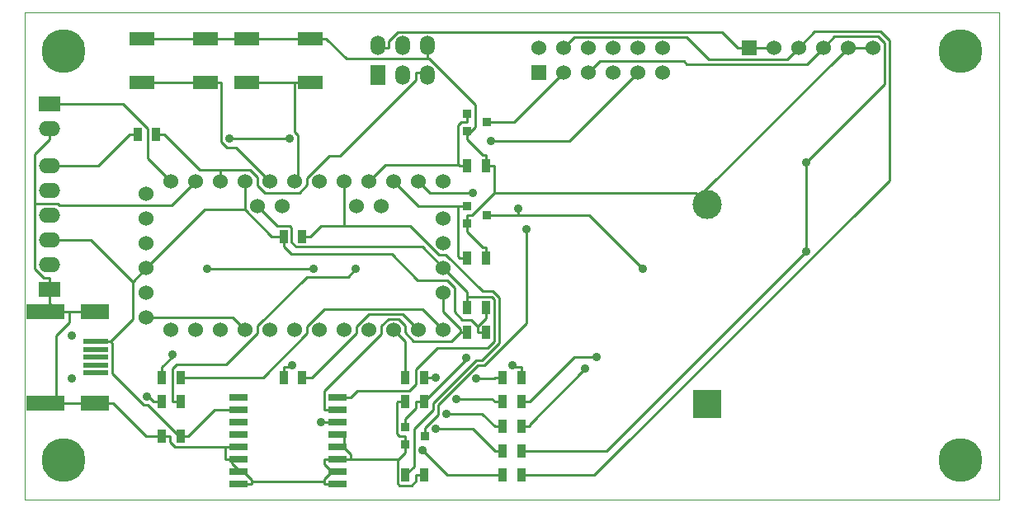
<source format=gtl>
G04 (created by PCBNEW (2013-07-07 BZR 4022)-stable) date 31/12/2015 20:31:10*
%MOIN*%
G04 Gerber Fmt 3.4, Leading zero omitted, Abs format*
%FSLAX34Y34*%
G01*
G70*
G90*
G04 APERTURE LIST*
%ADD10C,0.00590551*%
%ADD11C,0.00393701*%
%ADD12R,0.036X0.036*%
%ADD13R,0.0866X0.06*%
%ADD14O,0.0866X0.06*%
%ADD15C,0.1772*%
%ADD16R,0.035X0.055*%
%ADD17R,0.06X0.06*%
%ADD18C,0.06*%
%ADD19C,0.1181*%
%ADD20R,0.118X0.118*%
%ADD21R,0.075X0.025*%
%ADD22R,0.06X0.0787*%
%ADD23O,0.06X0.0787*%
%ADD24R,0.0984X0.055*%
%ADD25R,0.102362X0.0197*%
%ADD26R,0.15748X0.0591*%
%ADD27R,0.11811X0.0591*%
%ADD28C,0.0354*%
%ADD29C,0.035*%
%ADD30C,0.01*%
G04 APERTURE END LIST*
G54D10*
G54D11*
X39370Y0D02*
X0Y0D01*
X39370Y19685D02*
X39370Y0D01*
X0Y19685D02*
X39370Y19685D01*
X0Y0D02*
X0Y19685D01*
G54D12*
X17850Y14900D03*
X17850Y15600D03*
X18650Y15250D03*
X17850Y11150D03*
X17850Y11850D03*
X18650Y11500D03*
X15348Y2209D03*
X15348Y2909D03*
X16148Y2559D03*
G54D13*
X1000Y8500D03*
G54D14*
X1000Y9500D03*
X1000Y10500D03*
X1000Y11500D03*
X1000Y12500D03*
X1000Y13500D03*
G54D13*
X1000Y16000D03*
G54D14*
X1000Y15000D03*
G54D15*
X1574Y1574D03*
X37795Y18110D03*
X37795Y1574D03*
X1574Y18110D03*
G54D16*
X6280Y3937D03*
X5530Y3937D03*
X6280Y4921D03*
X5530Y4921D03*
X11201Y4921D03*
X10451Y4921D03*
X15373Y4921D03*
X16123Y4921D03*
X19310Y4921D03*
X20060Y4921D03*
X19310Y3937D03*
X20060Y3937D03*
X19310Y2952D03*
X20060Y2952D03*
X19310Y1968D03*
X20060Y1968D03*
X19310Y984D03*
X20060Y984D03*
X17875Y7750D03*
X18625Y7750D03*
X17875Y6750D03*
X18625Y6750D03*
G54D17*
X20750Y17250D03*
G54D18*
X20750Y18250D03*
X21750Y17250D03*
X21750Y18250D03*
X22750Y17250D03*
X22750Y18250D03*
X23750Y17250D03*
X23750Y18250D03*
X24750Y17250D03*
X24750Y18250D03*
X25750Y17250D03*
X25750Y18250D03*
G54D16*
X6280Y2559D03*
X5530Y2559D03*
G54D19*
X27559Y11922D03*
G54D20*
X27559Y3852D03*
G54D21*
X8629Y4112D03*
X8629Y3612D03*
X8629Y3112D03*
X8629Y2612D03*
X8629Y2112D03*
X8629Y1612D03*
X8629Y1112D03*
X8629Y612D03*
X12629Y612D03*
X12629Y1112D03*
X12629Y1612D03*
X12629Y2112D03*
X12629Y2612D03*
X12629Y3112D03*
X12629Y3612D03*
X12629Y4112D03*
G54D16*
X10451Y10629D03*
X11201Y10629D03*
X15373Y984D03*
X16123Y984D03*
X4546Y14763D03*
X5296Y14763D03*
G54D22*
X14250Y17152D03*
G54D23*
X14250Y18348D03*
X15250Y17152D03*
X15250Y18348D03*
X16250Y17152D03*
X16250Y18348D03*
G54D16*
X17875Y13500D03*
X18625Y13500D03*
X17875Y9750D03*
X18625Y9750D03*
X16123Y3937D03*
X15373Y3937D03*
G54D24*
X8971Y16864D03*
X8971Y18636D03*
X11530Y16864D03*
X11530Y18636D03*
X4721Y16864D03*
X4721Y18636D03*
X7280Y16864D03*
X7280Y18636D03*
G54D18*
X6900Y6850D03*
X7900Y6850D03*
X8900Y6850D03*
X5900Y6850D03*
X9900Y6850D03*
X10900Y6850D03*
X11900Y6850D03*
X12900Y6850D03*
X13900Y6850D03*
X14900Y6850D03*
X15900Y6850D03*
X16900Y6850D03*
X16900Y8350D03*
X16900Y9350D03*
X16900Y10350D03*
X16900Y11350D03*
X16900Y12850D03*
X15900Y12850D03*
X14900Y12850D03*
X13900Y12850D03*
X12900Y12850D03*
X11900Y12850D03*
X10900Y12850D03*
X9900Y12850D03*
X8900Y12850D03*
X7900Y12850D03*
X6900Y12850D03*
X5900Y12850D03*
X4900Y7350D03*
X4900Y9350D03*
X4900Y10350D03*
X4900Y11350D03*
X4900Y12350D03*
X14400Y11850D03*
X13400Y11850D03*
X10400Y11850D03*
X9400Y11850D03*
X4900Y8350D03*
G54D17*
X29250Y18250D03*
G54D18*
X30250Y18250D03*
X31250Y18250D03*
X32250Y18250D03*
X33250Y18250D03*
X34250Y18250D03*
G54D25*
X2852Y5750D03*
X2852Y6064D03*
X2852Y5120D03*
G54D26*
X844Y7600D03*
G54D27*
X2812Y7600D03*
G54D26*
X844Y3899D03*
G54D27*
X2812Y3899D03*
G54D25*
X2852Y5435D03*
G54D28*
X1907Y6616D03*
X1907Y4884D03*
G54D25*
X2852Y6379D03*
G54D29*
X18090Y12378D03*
X17844Y5717D03*
X31550Y13626D03*
X31550Y10020D03*
X22624Y5273D03*
X23088Y5744D03*
X19695Y5411D03*
X18823Y14503D03*
X16579Y4921D03*
X10804Y5422D03*
X5951Y5854D03*
X4917Y4143D03*
X18229Y4883D03*
X17416Y4051D03*
X17012Y3461D03*
X16599Y2864D03*
X16062Y1979D03*
X13355Y9305D03*
X11977Y3112D03*
X20262Y10932D03*
X10688Y14594D03*
X8248Y14594D03*
X19932Y11744D03*
X24965Y9331D03*
X11666Y9327D03*
X7349Y9327D03*
G54D30*
X30250Y18250D02*
X29250Y18250D01*
X7658Y3612D02*
X6605Y2559D01*
X8629Y3612D02*
X7658Y3612D01*
X6280Y2559D02*
X6605Y2559D01*
X18625Y6750D02*
X18299Y6750D01*
X18625Y7750D02*
X18625Y7324D01*
X8900Y12850D02*
X8900Y11707D01*
X7257Y11707D02*
X8900Y11707D01*
X4900Y9350D02*
X7257Y11707D01*
X9977Y10629D02*
X10451Y10629D01*
X8900Y11707D02*
X9977Y10629D01*
X18625Y7324D02*
X18299Y6999D01*
X18299Y6999D02*
X18299Y6750D01*
X10451Y10629D02*
X10451Y10204D01*
X2852Y6379D02*
X3447Y6379D01*
X10749Y9906D02*
X10451Y10204D01*
X14814Y9906D02*
X10749Y9906D01*
X15871Y8850D02*
X14814Y9906D01*
X17051Y8850D02*
X15871Y8850D01*
X17350Y8551D02*
X17051Y8850D01*
X17350Y7598D02*
X17350Y8551D01*
X17678Y7270D02*
X17350Y7598D01*
X18028Y7270D02*
X17678Y7270D01*
X18299Y6999D02*
X18028Y7270D01*
X3514Y6313D02*
X3447Y6379D01*
X3514Y5086D02*
X3514Y6313D01*
X4783Y3817D02*
X3514Y5086D01*
X4963Y3817D02*
X4783Y3817D01*
X6222Y2559D02*
X4963Y3817D01*
X6280Y2559D02*
X6222Y2559D01*
X4350Y7282D02*
X4350Y8800D01*
X3447Y6379D02*
X4350Y7282D01*
X4350Y8800D02*
X4900Y9350D01*
X2650Y10500D02*
X1000Y10500D01*
X4350Y8800D02*
X2650Y10500D01*
X28145Y18903D02*
X28799Y18250D01*
X15072Y18903D02*
X28145Y18903D01*
X14700Y18531D02*
X15072Y18903D01*
X14700Y18250D02*
X14700Y18531D01*
X14250Y18250D02*
X14700Y18250D01*
X29250Y18250D02*
X28799Y18250D01*
X17875Y9750D02*
X17549Y9750D01*
X17492Y9807D02*
X17549Y9750D01*
X17492Y11850D02*
X17492Y9807D01*
X17492Y11850D02*
X17850Y11850D01*
X15900Y11850D02*
X17492Y11850D01*
X14900Y12850D02*
X15900Y11850D01*
X15348Y2909D02*
X15348Y3239D01*
X16123Y3937D02*
X15797Y3937D01*
X15797Y3689D02*
X15348Y3239D01*
X15797Y3937D02*
X15797Y3689D01*
X16371Y12378D02*
X18090Y12378D01*
X15900Y12850D02*
X16371Y12378D01*
X17844Y5658D02*
X16123Y3937D01*
X17844Y5717D02*
X17844Y5658D01*
X17875Y13500D02*
X17549Y13500D01*
X17643Y15269D02*
X17850Y15269D01*
X17498Y15124D02*
X17643Y15269D01*
X17498Y13525D02*
X17498Y15124D01*
X14575Y13525D02*
X17498Y13525D01*
X13900Y12850D02*
X14575Y13525D01*
X17524Y13525D02*
X17549Y13500D01*
X17498Y13525D02*
X17524Y13525D01*
X17850Y15600D02*
X17850Y15269D01*
X17875Y7750D02*
X17875Y8175D01*
X17875Y8375D02*
X16900Y9350D01*
X17875Y8175D02*
X17875Y8375D01*
X12629Y4112D02*
X13155Y4112D01*
X16045Y10204D02*
X16900Y9350D01*
X10962Y10204D02*
X16045Y10204D01*
X10776Y10390D02*
X10962Y10204D01*
X10776Y10982D02*
X10776Y10390D01*
X10704Y11055D02*
X10776Y10982D01*
X10194Y11055D02*
X10704Y11055D01*
X9400Y11850D02*
X10194Y11055D01*
X13430Y4387D02*
X13155Y4112D01*
X15526Y4387D02*
X13430Y4387D01*
X15797Y4658D02*
X15526Y4387D01*
X15797Y5258D02*
X15797Y4658D01*
X16663Y6124D02*
X15797Y5258D01*
X18690Y6124D02*
X16663Y6124D01*
X18961Y6395D02*
X18690Y6124D01*
X18961Y8085D02*
X18961Y6395D01*
X18871Y8175D02*
X18961Y8085D01*
X17875Y8175D02*
X18871Y8175D01*
X17875Y6750D02*
X17712Y6750D01*
X17712Y6750D02*
X17683Y6750D01*
X12104Y4388D02*
X12104Y3612D01*
X14400Y6683D02*
X12104Y4388D01*
X14400Y7011D02*
X14400Y6683D01*
X14688Y7300D02*
X14400Y7011D01*
X15086Y7300D02*
X14688Y7300D01*
X15361Y7025D02*
X15086Y7300D01*
X15361Y6744D02*
X15361Y7025D01*
X15706Y6398D02*
X15361Y6744D01*
X17232Y6398D02*
X15706Y6398D01*
X17583Y6750D02*
X17232Y6398D01*
X12629Y3612D02*
X12104Y3612D01*
X17589Y6902D02*
X17589Y6750D01*
X16900Y7591D02*
X17589Y6902D01*
X16900Y8350D02*
X16900Y7591D01*
X17683Y6750D02*
X17589Y6750D01*
X17589Y6750D02*
X17583Y6750D01*
X11530Y16864D02*
X10887Y16864D01*
X10887Y16864D02*
X8970Y16864D01*
X10887Y14855D02*
X10887Y16864D01*
X11013Y14729D02*
X10887Y14855D01*
X11013Y12963D02*
X11013Y14729D01*
X10900Y12850D02*
X11013Y12963D01*
X7280Y16864D02*
X4720Y16864D01*
X7280Y16864D02*
X7922Y16864D01*
X8533Y14216D02*
X9900Y12850D01*
X8164Y14216D02*
X8533Y14216D01*
X7922Y14458D02*
X8164Y14216D01*
X7922Y16864D02*
X7922Y14458D01*
X3972Y16000D02*
X1000Y16000D01*
X4971Y15001D02*
X3972Y16000D01*
X4971Y13778D02*
X4971Y15001D01*
X5900Y12850D02*
X4971Y13778D01*
X16250Y17250D02*
X15799Y17250D01*
X5296Y14763D02*
X5621Y14763D01*
X7900Y13317D02*
X7900Y12850D01*
X9103Y13317D02*
X7900Y13317D01*
X9400Y13021D02*
X9103Y13317D01*
X9400Y12701D02*
X9400Y13021D01*
X9701Y12399D02*
X9400Y12701D01*
X11095Y12399D02*
X9701Y12399D01*
X11400Y12704D02*
X11095Y12399D01*
X11400Y12991D02*
X11400Y12704D01*
X12289Y13881D02*
X11400Y12991D01*
X12712Y13881D02*
X12289Y13881D01*
X15799Y16968D02*
X12712Y13881D01*
X15799Y17250D02*
X15799Y16968D01*
X7067Y13317D02*
X5621Y14763D01*
X7900Y13317D02*
X7067Y13317D01*
X31910Y18910D02*
X31250Y18250D01*
X34547Y18910D02*
X31910Y18910D01*
X34917Y18540D02*
X34547Y18910D01*
X34917Y12901D02*
X34917Y18540D01*
X23000Y984D02*
X34917Y12901D01*
X20060Y984D02*
X23000Y984D01*
X22203Y18703D02*
X21750Y18250D01*
X26729Y18703D02*
X22203Y18703D01*
X27633Y17799D02*
X26729Y18703D01*
X30799Y17799D02*
X27633Y17799D01*
X31250Y18250D02*
X30799Y17799D01*
X31550Y10020D02*
X31550Y13626D01*
X23498Y1968D02*
X20060Y1968D01*
X31550Y10020D02*
X23498Y1968D01*
X32708Y18708D02*
X32250Y18250D01*
X34458Y18708D02*
X32708Y18708D01*
X34716Y18450D02*
X34458Y18708D01*
X34716Y16791D02*
X34716Y18450D01*
X31550Y13626D02*
X34716Y16791D01*
X23212Y17712D02*
X22750Y17250D01*
X26630Y17712D02*
X23212Y17712D01*
X26743Y17599D02*
X26630Y17712D01*
X31599Y17599D02*
X26743Y17599D01*
X32250Y18250D02*
X31599Y17599D01*
X20385Y3034D02*
X20385Y2952D01*
X22624Y5273D02*
X20385Y3034D01*
X20060Y2952D02*
X20385Y2952D01*
X22192Y5744D02*
X20385Y3937D01*
X23088Y5744D02*
X22192Y5744D01*
X20060Y3937D02*
X20385Y3937D01*
X20060Y4921D02*
X20060Y5346D01*
X19760Y5346D02*
X19695Y5411D01*
X20060Y5346D02*
X19760Y5346D01*
X16123Y4921D02*
X16448Y4921D01*
X16448Y4921D02*
X16579Y4921D01*
X22003Y14503D02*
X18823Y14503D01*
X24750Y17250D02*
X22003Y14503D01*
X10451Y4921D02*
X10451Y5346D01*
X10728Y5346D02*
X10451Y5346D01*
X10804Y5422D02*
X10728Y5346D01*
X5530Y4921D02*
X5530Y5346D01*
X5951Y5767D02*
X5951Y5854D01*
X5530Y5346D02*
X5951Y5767D01*
X4999Y4143D02*
X5205Y3937D01*
X4917Y4143D02*
X4999Y4143D01*
X5530Y3937D02*
X5205Y3937D01*
X4894Y2559D02*
X5530Y2559D01*
X3553Y3899D02*
X4894Y2559D01*
X2812Y3899D02*
X3553Y3899D01*
X4720Y18635D02*
X7280Y18635D01*
X18494Y10175D02*
X17850Y10819D01*
X18625Y10175D02*
X18494Y10175D01*
X18625Y9750D02*
X18625Y10175D01*
X5530Y2559D02*
X5855Y2559D01*
X17850Y10984D02*
X17850Y10819D01*
X1782Y3899D02*
X2812Y3899D01*
X8629Y2112D02*
X8104Y2112D01*
X8104Y2112D02*
X8104Y1612D01*
X6058Y2112D02*
X8104Y2112D01*
X5855Y2315D02*
X6058Y2112D01*
X5855Y2559D02*
X5855Y2315D01*
X16123Y984D02*
X15797Y984D01*
X12892Y2612D02*
X12892Y2112D01*
X12629Y2612D02*
X12892Y2612D01*
X17850Y10984D02*
X17850Y11150D01*
X844Y3899D02*
X1262Y3899D01*
X1262Y3899D02*
X1782Y3899D01*
X1782Y7154D02*
X1782Y7600D01*
X1262Y6635D02*
X1782Y7154D01*
X1262Y3899D02*
X1262Y6635D01*
X15348Y2209D02*
X15348Y1878D01*
X15141Y2539D02*
X15348Y2539D01*
X15017Y2662D02*
X15141Y2539D01*
X15017Y3907D02*
X15017Y2662D01*
X15047Y3937D02*
X15017Y3907D01*
X15373Y3937D02*
X15047Y3937D01*
X15348Y2209D02*
X15348Y2539D01*
X34250Y18250D02*
X33250Y18250D01*
X844Y7600D02*
X1313Y7600D01*
X1313Y7600D02*
X1782Y7600D01*
X1000Y7913D02*
X1000Y8500D01*
X1313Y7600D02*
X1000Y7913D01*
X1000Y15000D02*
X1000Y14549D01*
X1000Y8500D02*
X1000Y8950D01*
X5936Y11886D02*
X6900Y12850D01*
X1382Y11886D02*
X5936Y11886D01*
X1319Y11950D02*
X1382Y11886D01*
X411Y11950D02*
X1319Y11950D01*
X411Y13960D02*
X411Y11950D01*
X1000Y14549D02*
X411Y13960D01*
X774Y8950D02*
X1000Y8950D01*
X411Y9313D02*
X774Y8950D01*
X411Y11950D02*
X411Y9313D01*
X15047Y644D02*
X15047Y1578D01*
X15133Y559D02*
X15047Y644D01*
X15616Y559D02*
X15133Y559D01*
X15797Y740D02*
X15616Y559D01*
X15797Y984D02*
X15797Y740D01*
X15047Y1578D02*
X15348Y1878D01*
X8629Y1612D02*
X8367Y1612D01*
X8367Y1612D02*
X8104Y1612D01*
X12629Y2112D02*
X12771Y2112D01*
X12771Y2112D02*
X12892Y2112D01*
X12629Y1612D02*
X13155Y1612D01*
X13155Y1824D02*
X13155Y1612D01*
X12867Y2112D02*
X13155Y1824D01*
X12771Y2112D02*
X12867Y2112D01*
X15014Y1612D02*
X15047Y1578D01*
X13155Y1612D02*
X15014Y1612D01*
X8629Y1112D02*
X8695Y1112D01*
X8629Y612D02*
X9155Y612D01*
X8367Y1440D02*
X8695Y1112D01*
X8367Y1612D02*
X8367Y1440D01*
X12629Y1112D02*
X12523Y1112D01*
X12629Y612D02*
X12104Y612D01*
X12104Y1413D02*
X12104Y1612D01*
X12405Y1112D02*
X12104Y1413D01*
X12523Y1112D02*
X12405Y1112D01*
X12104Y809D02*
X12104Y710D01*
X12407Y1112D02*
X12104Y809D01*
X12523Y1112D02*
X12407Y1112D01*
X12104Y710D02*
X12104Y612D01*
X12104Y710D02*
X9155Y710D01*
X9155Y799D02*
X9155Y710D01*
X8842Y1112D02*
X9155Y799D01*
X8695Y1112D02*
X8842Y1112D01*
X9155Y710D02*
X9155Y612D01*
X7280Y18635D02*
X8970Y18635D01*
X8970Y18635D02*
X11530Y18635D01*
X13003Y17804D02*
X16250Y17804D01*
X12172Y18635D02*
X13003Y17804D01*
X11530Y18635D02*
X12172Y18635D01*
X16250Y18250D02*
X16250Y17804D01*
X17850Y14900D02*
X17850Y14734D01*
X17850Y14734D02*
X17850Y14569D01*
X16334Y17804D02*
X16250Y17804D01*
X18183Y15954D02*
X16334Y17804D01*
X18183Y15068D02*
X18183Y15954D01*
X17850Y14734D02*
X18183Y15068D01*
X18494Y13925D02*
X18625Y13925D01*
X17850Y14569D02*
X18494Y13925D01*
X18625Y13500D02*
X18625Y13925D01*
X1782Y7600D02*
X2812Y7600D01*
X17850Y11150D02*
X17850Y11480D01*
X18625Y13500D02*
X18950Y13500D01*
X8400Y7350D02*
X8900Y6850D01*
X4900Y7350D02*
X8400Y7350D01*
X12629Y1612D02*
X12104Y1612D01*
X18950Y13500D02*
X18950Y12373D01*
X18056Y11480D02*
X17850Y11480D01*
X18950Y12373D02*
X18056Y11480D01*
X27240Y12240D02*
X33250Y18250D01*
X27107Y12373D02*
X27240Y12240D01*
X18950Y12373D02*
X27107Y12373D01*
X27240Y12240D02*
X27559Y11922D01*
X19310Y4921D02*
X18984Y4921D01*
X18946Y4883D02*
X18229Y4883D01*
X18984Y4921D02*
X18946Y4883D01*
X19310Y3937D02*
X18984Y3937D01*
X18870Y4051D02*
X17416Y4051D01*
X18984Y3937D02*
X18870Y4051D01*
X18476Y3461D02*
X18984Y2952D01*
X17012Y3461D02*
X18476Y3461D01*
X19310Y2952D02*
X18984Y2952D01*
X19310Y1968D02*
X18984Y1968D01*
X18088Y2864D02*
X16599Y2864D01*
X18984Y1968D02*
X18088Y2864D01*
X17057Y984D02*
X16062Y1979D01*
X19310Y984D02*
X17057Y984D01*
X15373Y6376D02*
X15373Y4921D01*
X14900Y6850D02*
X15373Y6376D01*
X2957Y13500D02*
X1000Y13500D01*
X4221Y14763D02*
X2957Y13500D01*
X4546Y14763D02*
X4221Y14763D01*
X6280Y3937D02*
X5955Y3937D01*
X13047Y8997D02*
X13355Y9305D01*
X11386Y8997D02*
X13047Y8997D01*
X9400Y7011D02*
X11386Y8997D01*
X9400Y6705D02*
X9400Y7011D01*
X8133Y5439D02*
X9400Y6705D01*
X6113Y5439D02*
X8133Y5439D01*
X5955Y5281D02*
X6113Y5439D01*
X5955Y3937D02*
X5955Y5281D01*
X6280Y4921D02*
X6605Y4921D01*
X9612Y4921D02*
X6605Y4921D01*
X11400Y6708D02*
X9612Y4921D01*
X11400Y6990D02*
X11400Y6708D01*
X12110Y7700D02*
X11400Y6990D01*
X16049Y7700D02*
X12110Y7700D01*
X16900Y6850D02*
X16049Y7700D01*
X11610Y4921D02*
X11201Y4921D01*
X13400Y6711D02*
X11610Y4921D01*
X13400Y6990D02*
X13400Y6711D01*
X13910Y7500D02*
X13400Y6990D01*
X15249Y7500D02*
X13910Y7500D01*
X15900Y6850D02*
X15249Y7500D01*
X11201Y10629D02*
X11526Y10629D01*
X12900Y12850D02*
X12900Y11064D01*
X11961Y11064D02*
X12900Y11064D01*
X11526Y10629D02*
X11961Y11064D01*
X15724Y1335D02*
X15373Y984D01*
X15724Y2869D02*
X15724Y1335D01*
X16487Y3632D02*
X15724Y2869D01*
X16487Y3891D02*
X16487Y3632D01*
X18215Y5619D02*
X16487Y3891D01*
X18468Y5619D02*
X18215Y5619D01*
X19176Y6327D02*
X18468Y5619D01*
X19176Y8164D02*
X19176Y6327D01*
X18910Y8430D02*
X19176Y8164D01*
X18479Y8430D02*
X18910Y8430D01*
X17009Y9899D02*
X18479Y8430D01*
X16713Y9899D02*
X17009Y9899D01*
X15548Y11064D02*
X16713Y9899D01*
X12900Y11064D02*
X15548Y11064D01*
X12629Y3112D02*
X12104Y3112D01*
X12104Y3112D02*
X11977Y3112D01*
X16148Y2559D02*
X16148Y2889D01*
X16687Y3428D02*
X16148Y2889D01*
X16687Y3808D02*
X16687Y3428D01*
X18298Y5419D02*
X16687Y3808D01*
X18551Y5419D02*
X18298Y5419D01*
X20262Y7130D02*
X18551Y5419D01*
X20262Y10932D02*
X20262Y7130D01*
X10688Y14594D02*
X8248Y14594D01*
X18650Y11500D02*
X19932Y11500D01*
X19932Y11500D02*
X19932Y11744D01*
X22797Y11500D02*
X24965Y9331D01*
X19932Y11500D02*
X22797Y11500D01*
X11666Y9327D02*
X7349Y9327D01*
X19750Y15250D02*
X18980Y15250D01*
X21750Y17250D02*
X19750Y15250D01*
X18650Y15250D02*
X18980Y15250D01*
M02*

</source>
